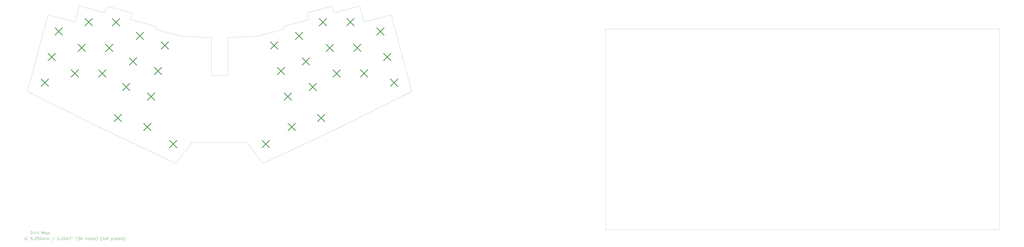
<source format=gbr>
%TF.GenerationSoftware,KiCad,Pcbnew,8.0.1*%
%TF.CreationDate,2024-04-02T20:58:04+09:00*%
%TF.ProjectId,lazyboy36,6c617a79-626f-4793-9336-2e6b69636164,rev?*%
%TF.SameCoordinates,Original*%
%TF.FileFunction,Drillmap*%
%TF.FilePolarity,Positive*%
%FSLAX45Y45*%
G04 Gerber Fmt 4.5, Leading zero omitted, Abs format (unit mm)*
G04 Created by KiCad (PCBNEW 8.0.1) date 2024-04-02 20:58:04*
%MOMM*%
%LPD*%
G01*
G04 APERTURE LIST*
%ADD10C,0.050000*%
%ADD11C,0.200000*%
%ADD12C,0.525000*%
G04 APERTURE END LIST*
D10*
X19440000Y-6545000D02*
X17600000Y-7040000D01*
X19390000Y-6355000D02*
X19440000Y-6545000D01*
X21225000Y-5860000D02*
X19390000Y-6355000D01*
X14265000Y-7130000D02*
X14265000Y-9880005D01*
X15450000Y-9880000D02*
X14265000Y-9880005D01*
X15450000Y-7130000D02*
X15450000Y-9880000D01*
X13965000Y-7130000D02*
X14265000Y-7130000D01*
X15750000Y-7130000D02*
X15450000Y-7130000D01*
X13965000Y-7130000D02*
X12100000Y-7040000D01*
X17600000Y-7040000D02*
X15750000Y-7130000D01*
X21100000Y-5380000D02*
X21225000Y-5860000D01*
X22940000Y-4885000D02*
X21100000Y-5380000D01*
X23070000Y-5370000D02*
X22940000Y-4885000D01*
X24910000Y-4875000D02*
X23070000Y-5370000D01*
X25220000Y-6035000D02*
X24910000Y-4875000D01*
X27156570Y-5514032D02*
X25220000Y-6035000D01*
X28629445Y-11015284D02*
X27156570Y-5514032D01*
X23240000Y-13710000D02*
X28629445Y-11015284D01*
X17964490Y-16187520D02*
X23240000Y-13710000D01*
X16830000Y-14685000D02*
X17964490Y-16187520D01*
X12870000Y-14685000D02*
X16830000Y-14685000D01*
X11735491Y-16187560D02*
X12870000Y-14685000D01*
X6455000Y-13705000D02*
X11735491Y-16187560D01*
X1070521Y-11015351D02*
X6455000Y-13705000D01*
X2543430Y-5514032D02*
X1070521Y-11015351D01*
X10260000Y-6545000D02*
X12100000Y-7040000D01*
X10310000Y-6355000D02*
X10260000Y-6545000D01*
X8470000Y-5860000D02*
X10310000Y-6355000D01*
X8600000Y-5380000D02*
X8470000Y-5860000D01*
X6760000Y-4885000D02*
X8600000Y-5380000D01*
X6630000Y-5370000D02*
X6760000Y-4885000D01*
X4790000Y-4875000D02*
X6630000Y-5370000D01*
X4480000Y-6035000D02*
X4790000Y-4875000D01*
X2543430Y-5514032D02*
X4480000Y-6035000D01*
X42525000Y-6530000D02*
X70790000Y-6530000D01*
X70790000Y-20960000D01*
X42525000Y-20960000D01*
X42525000Y-6530000D01*
D11*
D12*
X2065187Y-10126271D02*
X2590187Y-10651271D01*
X2590187Y-10126271D02*
X2065187Y-10651271D01*
X2558238Y-8286183D02*
X3083237Y-8811183D01*
X3083237Y-8286183D02*
X2558238Y-8811183D01*
X3051288Y-6446094D02*
X3576288Y-6971094D01*
X3576288Y-6446094D02*
X3051288Y-6971094D01*
X4215859Y-9460211D02*
X4740859Y-9985211D01*
X4740859Y-9460211D02*
X4215859Y-9985211D01*
X4708909Y-7620122D02*
X5233909Y-8145122D01*
X5233909Y-7620122D02*
X4708909Y-8145122D01*
X5201959Y-5780033D02*
X5726959Y-6305033D01*
X5726959Y-5780033D02*
X5201959Y-6305033D01*
X6185357Y-9470298D02*
X6710357Y-9995298D01*
X6710357Y-9470298D02*
X6185357Y-9995298D01*
X6678407Y-7630209D02*
X7203407Y-8155209D01*
X7203407Y-7630209D02*
X6678407Y-8155209D01*
X7171458Y-5790121D02*
X7696458Y-6315121D01*
X7696458Y-5790121D02*
X7171458Y-6315121D01*
X7297840Y-12672412D02*
X7822840Y-13197412D01*
X7822840Y-12672412D02*
X7297840Y-13197412D01*
X7896036Y-10446311D02*
X8421036Y-10971311D01*
X8421036Y-10446311D02*
X7896036Y-10971311D01*
X8389087Y-8606223D02*
X8914087Y-9131223D01*
X8914087Y-8606223D02*
X8389087Y-9131223D01*
X8882137Y-6766134D02*
X9407137Y-7291134D01*
X9407137Y-6766134D02*
X8882137Y-7291134D01*
X9409962Y-13315310D02*
X9934962Y-13840310D01*
X9934962Y-13315310D02*
X9409962Y-13840310D01*
X9684361Y-11132547D02*
X10209361Y-11657547D01*
X10209361Y-11132547D02*
X9684361Y-11657547D01*
X10177411Y-9292458D02*
X10702411Y-9817458D01*
X10702411Y-9292458D02*
X10177411Y-9817458D01*
X10670462Y-7452369D02*
X11195462Y-7977369D01*
X11195462Y-7452369D02*
X10670462Y-7977369D01*
X11266246Y-14538937D02*
X11791246Y-15063937D01*
X11791246Y-14538937D02*
X11266246Y-15063937D01*
X17907752Y-14538950D02*
X18432752Y-15063950D01*
X18432752Y-14538950D02*
X17907752Y-15063950D01*
X18503536Y-7452383D02*
X19028536Y-7977383D01*
X19028536Y-7452383D02*
X18503536Y-7977383D01*
X18996586Y-9292471D02*
X19521586Y-9817471D01*
X19521586Y-9292471D02*
X18996586Y-9817471D01*
X19489637Y-11132560D02*
X20014637Y-11657560D01*
X20014637Y-11132560D02*
X19489637Y-11657560D01*
X19764035Y-13315323D02*
X20289035Y-13840323D01*
X20289035Y-13315323D02*
X19764035Y-13840323D01*
X20291861Y-6766147D02*
X20816861Y-7291147D01*
X20816861Y-6766147D02*
X20291861Y-7291147D01*
X20784911Y-8606236D02*
X21309911Y-9131236D01*
X21309911Y-8606236D02*
X20784911Y-9131236D01*
X21277962Y-10446325D02*
X21802962Y-10971325D01*
X21802962Y-10446325D02*
X21277962Y-10971325D01*
X21876158Y-12672425D02*
X22401158Y-13197425D01*
X22401158Y-12672425D02*
X21876158Y-13197425D01*
X22002540Y-5790134D02*
X22527540Y-6315134D01*
X22527540Y-5790134D02*
X22002540Y-6315134D01*
X22495590Y-7630223D02*
X23020590Y-8155223D01*
X23020590Y-7630223D02*
X22495590Y-8155223D01*
X22988641Y-9470311D02*
X23513641Y-9995311D01*
X23513641Y-9470311D02*
X22988641Y-9995311D01*
X23972038Y-5780047D02*
X24497038Y-6305047D01*
X24497038Y-5780047D02*
X23972038Y-6305047D01*
X24465089Y-7620135D02*
X24990089Y-8145135D01*
X24990089Y-7620135D02*
X24465089Y-8145135D01*
X24958139Y-9460224D02*
X25483139Y-9985224D01*
X25483139Y-9460224D02*
X24958139Y-9985224D01*
X26122710Y-6446107D02*
X26647710Y-6971107D01*
X26647710Y-6446107D02*
X26122710Y-6971107D01*
X26615760Y-8286196D02*
X27140760Y-8811196D01*
X27140760Y-8286196D02*
X26615760Y-8811196D01*
X27108810Y-10126285D02*
X27633810Y-10651285D01*
X27633810Y-10126285D02*
X27108810Y-10651285D01*
D11*
X1328798Y-21273984D02*
X1328798Y-21073984D01*
X1328798Y-21073984D02*
X1376417Y-21073984D01*
X1376417Y-21073984D02*
X1404989Y-21083508D01*
X1404989Y-21083508D02*
X1424036Y-21102555D01*
X1424036Y-21102555D02*
X1433560Y-21121603D01*
X1433560Y-21121603D02*
X1443084Y-21159698D01*
X1443084Y-21159698D02*
X1443084Y-21188270D01*
X1443084Y-21188270D02*
X1433560Y-21226365D01*
X1433560Y-21226365D02*
X1424036Y-21245412D01*
X1424036Y-21245412D02*
X1404989Y-21264460D01*
X1404989Y-21264460D02*
X1376417Y-21273984D01*
X1376417Y-21273984D02*
X1328798Y-21273984D01*
X1528798Y-21273984D02*
X1528798Y-21140650D01*
X1528798Y-21178746D02*
X1538322Y-21159698D01*
X1538322Y-21159698D02*
X1547846Y-21150174D01*
X1547846Y-21150174D02*
X1566893Y-21140650D01*
X1566893Y-21140650D02*
X1585941Y-21140650D01*
X1652608Y-21273984D02*
X1652608Y-21140650D01*
X1652608Y-21073984D02*
X1643084Y-21083508D01*
X1643084Y-21083508D02*
X1652608Y-21093031D01*
X1652608Y-21093031D02*
X1662131Y-21083508D01*
X1662131Y-21083508D02*
X1652608Y-21073984D01*
X1652608Y-21073984D02*
X1652608Y-21093031D01*
X1776417Y-21273984D02*
X1757369Y-21264460D01*
X1757369Y-21264460D02*
X1747846Y-21245412D01*
X1747846Y-21245412D02*
X1747846Y-21073984D01*
X1881179Y-21273984D02*
X1862131Y-21264460D01*
X1862131Y-21264460D02*
X1852608Y-21245412D01*
X1852608Y-21245412D02*
X1852608Y-21073984D01*
X2109751Y-21273984D02*
X2109751Y-21073984D01*
X2109751Y-21073984D02*
X2176417Y-21216841D01*
X2176417Y-21216841D02*
X2243084Y-21073984D01*
X2243084Y-21073984D02*
X2243084Y-21273984D01*
X2424036Y-21273984D02*
X2424036Y-21169222D01*
X2424036Y-21169222D02*
X2414512Y-21150174D01*
X2414512Y-21150174D02*
X2395465Y-21140650D01*
X2395465Y-21140650D02*
X2357370Y-21140650D01*
X2357370Y-21140650D02*
X2338322Y-21150174D01*
X2424036Y-21264460D02*
X2404989Y-21273984D01*
X2404989Y-21273984D02*
X2357370Y-21273984D01*
X2357370Y-21273984D02*
X2338322Y-21264460D01*
X2338322Y-21264460D02*
X2328798Y-21245412D01*
X2328798Y-21245412D02*
X2328798Y-21226365D01*
X2328798Y-21226365D02*
X2338322Y-21207317D01*
X2338322Y-21207317D02*
X2357370Y-21197793D01*
X2357370Y-21197793D02*
X2404989Y-21197793D01*
X2404989Y-21197793D02*
X2424036Y-21188270D01*
X2519274Y-21140650D02*
X2519274Y-21340650D01*
X2519274Y-21150174D02*
X2538322Y-21140650D01*
X2538322Y-21140650D02*
X2576417Y-21140650D01*
X2576417Y-21140650D02*
X2595465Y-21150174D01*
X2595465Y-21150174D02*
X2604989Y-21159698D01*
X2604989Y-21159698D02*
X2614512Y-21178746D01*
X2614512Y-21178746D02*
X2614512Y-21235889D01*
X2614512Y-21235889D02*
X2604989Y-21254936D01*
X2604989Y-21254936D02*
X2595465Y-21264460D01*
X2595465Y-21264460D02*
X2576417Y-21273984D01*
X2576417Y-21273984D02*
X2538322Y-21273984D01*
X2538322Y-21273984D02*
X2519274Y-21264460D01*
X2700227Y-21254936D02*
X2709751Y-21264460D01*
X2709751Y-21264460D02*
X2700227Y-21273984D01*
X2700227Y-21273984D02*
X2690703Y-21264460D01*
X2690703Y-21264460D02*
X2700227Y-21254936D01*
X2700227Y-21254936D02*
X2700227Y-21273984D01*
X2700227Y-21150174D02*
X2709751Y-21159698D01*
X2709751Y-21159698D02*
X2700227Y-21169222D01*
X2700227Y-21169222D02*
X2690703Y-21159698D01*
X2690703Y-21159698D02*
X2700227Y-21150174D01*
X2700227Y-21150174D02*
X2700227Y-21169222D01*
X868021Y-21502500D02*
X1068021Y-21702500D01*
X1068021Y-21502500D02*
X868021Y-21702500D01*
X1424036Y-21493984D02*
X1328798Y-21493984D01*
X1328798Y-21493984D02*
X1319274Y-21589222D01*
X1319274Y-21589222D02*
X1328798Y-21579698D01*
X1328798Y-21579698D02*
X1347846Y-21570174D01*
X1347846Y-21570174D02*
X1395465Y-21570174D01*
X1395465Y-21570174D02*
X1414512Y-21579698D01*
X1414512Y-21579698D02*
X1424036Y-21589222D01*
X1424036Y-21589222D02*
X1433560Y-21608270D01*
X1433560Y-21608270D02*
X1433560Y-21655889D01*
X1433560Y-21655889D02*
X1424036Y-21674936D01*
X1424036Y-21674936D02*
X1414512Y-21684460D01*
X1414512Y-21684460D02*
X1395465Y-21693984D01*
X1395465Y-21693984D02*
X1347846Y-21693984D01*
X1347846Y-21693984D02*
X1328798Y-21684460D01*
X1328798Y-21684460D02*
X1319274Y-21674936D01*
X1519274Y-21674936D02*
X1528798Y-21684460D01*
X1528798Y-21684460D02*
X1519274Y-21693984D01*
X1519274Y-21693984D02*
X1509750Y-21684460D01*
X1509750Y-21684460D02*
X1519274Y-21674936D01*
X1519274Y-21674936D02*
X1519274Y-21693984D01*
X1604989Y-21513031D02*
X1614512Y-21503508D01*
X1614512Y-21503508D02*
X1633560Y-21493984D01*
X1633560Y-21493984D02*
X1681179Y-21493984D01*
X1681179Y-21493984D02*
X1700227Y-21503508D01*
X1700227Y-21503508D02*
X1709750Y-21513031D01*
X1709750Y-21513031D02*
X1719274Y-21532079D01*
X1719274Y-21532079D02*
X1719274Y-21551127D01*
X1719274Y-21551127D02*
X1709750Y-21579698D01*
X1709750Y-21579698D02*
X1595465Y-21693984D01*
X1595465Y-21693984D02*
X1719274Y-21693984D01*
X1900227Y-21493984D02*
X1804989Y-21493984D01*
X1804989Y-21493984D02*
X1795465Y-21589222D01*
X1795465Y-21589222D02*
X1804989Y-21579698D01*
X1804989Y-21579698D02*
X1824036Y-21570174D01*
X1824036Y-21570174D02*
X1871655Y-21570174D01*
X1871655Y-21570174D02*
X1890703Y-21579698D01*
X1890703Y-21579698D02*
X1900227Y-21589222D01*
X1900227Y-21589222D02*
X1909750Y-21608270D01*
X1909750Y-21608270D02*
X1909750Y-21655889D01*
X1909750Y-21655889D02*
X1900227Y-21674936D01*
X1900227Y-21674936D02*
X1890703Y-21684460D01*
X1890703Y-21684460D02*
X1871655Y-21693984D01*
X1871655Y-21693984D02*
X1824036Y-21693984D01*
X1824036Y-21693984D02*
X1804989Y-21684460D01*
X1804989Y-21684460D02*
X1795465Y-21674936D01*
X2033560Y-21493984D02*
X2052608Y-21493984D01*
X2052608Y-21493984D02*
X2071655Y-21503508D01*
X2071655Y-21503508D02*
X2081179Y-21513031D01*
X2081179Y-21513031D02*
X2090703Y-21532079D01*
X2090703Y-21532079D02*
X2100227Y-21570174D01*
X2100227Y-21570174D02*
X2100227Y-21617793D01*
X2100227Y-21617793D02*
X2090703Y-21655889D01*
X2090703Y-21655889D02*
X2081179Y-21674936D01*
X2081179Y-21674936D02*
X2071655Y-21684460D01*
X2071655Y-21684460D02*
X2052608Y-21693984D01*
X2052608Y-21693984D02*
X2033560Y-21693984D01*
X2033560Y-21693984D02*
X2014512Y-21684460D01*
X2014512Y-21684460D02*
X2004989Y-21674936D01*
X2004989Y-21674936D02*
X1995465Y-21655889D01*
X1995465Y-21655889D02*
X1985941Y-21617793D01*
X1985941Y-21617793D02*
X1985941Y-21570174D01*
X1985941Y-21570174D02*
X1995465Y-21532079D01*
X1995465Y-21532079D02*
X2004989Y-21513031D01*
X2004989Y-21513031D02*
X2014512Y-21503508D01*
X2014512Y-21503508D02*
X2033560Y-21493984D01*
X2185941Y-21693984D02*
X2185941Y-21560650D01*
X2185941Y-21579698D02*
X2195465Y-21570174D01*
X2195465Y-21570174D02*
X2214512Y-21560650D01*
X2214512Y-21560650D02*
X2243084Y-21560650D01*
X2243084Y-21560650D02*
X2262132Y-21570174D01*
X2262132Y-21570174D02*
X2271655Y-21589222D01*
X2271655Y-21589222D02*
X2271655Y-21693984D01*
X2271655Y-21589222D02*
X2281179Y-21570174D01*
X2281179Y-21570174D02*
X2300227Y-21560650D01*
X2300227Y-21560650D02*
X2328798Y-21560650D01*
X2328798Y-21560650D02*
X2347846Y-21570174D01*
X2347846Y-21570174D02*
X2357370Y-21589222D01*
X2357370Y-21589222D02*
X2357370Y-21693984D01*
X2452608Y-21693984D02*
X2452608Y-21560650D01*
X2452608Y-21579698D02*
X2462132Y-21570174D01*
X2462132Y-21570174D02*
X2481179Y-21560650D01*
X2481179Y-21560650D02*
X2509751Y-21560650D01*
X2509751Y-21560650D02*
X2528798Y-21570174D01*
X2528798Y-21570174D02*
X2538322Y-21589222D01*
X2538322Y-21589222D02*
X2538322Y-21693984D01*
X2538322Y-21589222D02*
X2547846Y-21570174D01*
X2547846Y-21570174D02*
X2566893Y-21560650D01*
X2566893Y-21560650D02*
X2595465Y-21560650D01*
X2595465Y-21560650D02*
X2614513Y-21570174D01*
X2614513Y-21570174D02*
X2624036Y-21589222D01*
X2624036Y-21589222D02*
X2624036Y-21693984D01*
X3014512Y-21484460D02*
X2843084Y-21741603D01*
X3271655Y-21493984D02*
X3290703Y-21493984D01*
X3290703Y-21493984D02*
X3309751Y-21503508D01*
X3309751Y-21503508D02*
X3319274Y-21513031D01*
X3319274Y-21513031D02*
X3328798Y-21532079D01*
X3328798Y-21532079D02*
X3338322Y-21570174D01*
X3338322Y-21570174D02*
X3338322Y-21617793D01*
X3338322Y-21617793D02*
X3328798Y-21655889D01*
X3328798Y-21655889D02*
X3319274Y-21674936D01*
X3319274Y-21674936D02*
X3309751Y-21684460D01*
X3309751Y-21684460D02*
X3290703Y-21693984D01*
X3290703Y-21693984D02*
X3271655Y-21693984D01*
X3271655Y-21693984D02*
X3252608Y-21684460D01*
X3252608Y-21684460D02*
X3243084Y-21674936D01*
X3243084Y-21674936D02*
X3233560Y-21655889D01*
X3233560Y-21655889D02*
X3224036Y-21617793D01*
X3224036Y-21617793D02*
X3224036Y-21570174D01*
X3224036Y-21570174D02*
X3233560Y-21532079D01*
X3233560Y-21532079D02*
X3243084Y-21513031D01*
X3243084Y-21513031D02*
X3252608Y-21503508D01*
X3252608Y-21503508D02*
X3271655Y-21493984D01*
X3424036Y-21674936D02*
X3433560Y-21684460D01*
X3433560Y-21684460D02*
X3424036Y-21693984D01*
X3424036Y-21693984D02*
X3414513Y-21684460D01*
X3414513Y-21684460D02*
X3424036Y-21674936D01*
X3424036Y-21674936D02*
X3424036Y-21693984D01*
X3509751Y-21513031D02*
X3519274Y-21503508D01*
X3519274Y-21503508D02*
X3538322Y-21493984D01*
X3538322Y-21493984D02*
X3585941Y-21493984D01*
X3585941Y-21493984D02*
X3604989Y-21503508D01*
X3604989Y-21503508D02*
X3614513Y-21513031D01*
X3614513Y-21513031D02*
X3624036Y-21532079D01*
X3624036Y-21532079D02*
X3624036Y-21551127D01*
X3624036Y-21551127D02*
X3614513Y-21579698D01*
X3614513Y-21579698D02*
X3500227Y-21693984D01*
X3500227Y-21693984D02*
X3624036Y-21693984D01*
X3747846Y-21493984D02*
X3766894Y-21493984D01*
X3766894Y-21493984D02*
X3785941Y-21503508D01*
X3785941Y-21503508D02*
X3795465Y-21513031D01*
X3795465Y-21513031D02*
X3804989Y-21532079D01*
X3804989Y-21532079D02*
X3814513Y-21570174D01*
X3814513Y-21570174D02*
X3814513Y-21617793D01*
X3814513Y-21617793D02*
X3804989Y-21655889D01*
X3804989Y-21655889D02*
X3795465Y-21674936D01*
X3795465Y-21674936D02*
X3785941Y-21684460D01*
X3785941Y-21684460D02*
X3766894Y-21693984D01*
X3766894Y-21693984D02*
X3747846Y-21693984D01*
X3747846Y-21693984D02*
X3728798Y-21684460D01*
X3728798Y-21684460D02*
X3719274Y-21674936D01*
X3719274Y-21674936D02*
X3709751Y-21655889D01*
X3709751Y-21655889D02*
X3700227Y-21617793D01*
X3700227Y-21617793D02*
X3700227Y-21570174D01*
X3700227Y-21570174D02*
X3709751Y-21532079D01*
X3709751Y-21532079D02*
X3719274Y-21513031D01*
X3719274Y-21513031D02*
X3728798Y-21503508D01*
X3728798Y-21503508D02*
X3747846Y-21493984D01*
X3985941Y-21493984D02*
X3947846Y-21493984D01*
X3947846Y-21493984D02*
X3928798Y-21503508D01*
X3928798Y-21503508D02*
X3919274Y-21513031D01*
X3919274Y-21513031D02*
X3900227Y-21541603D01*
X3900227Y-21541603D02*
X3890703Y-21579698D01*
X3890703Y-21579698D02*
X3890703Y-21655889D01*
X3890703Y-21655889D02*
X3900227Y-21674936D01*
X3900227Y-21674936D02*
X3909751Y-21684460D01*
X3909751Y-21684460D02*
X3928798Y-21693984D01*
X3928798Y-21693984D02*
X3966894Y-21693984D01*
X3966894Y-21693984D02*
X3985941Y-21684460D01*
X3985941Y-21684460D02*
X3995465Y-21674936D01*
X3995465Y-21674936D02*
X4004989Y-21655889D01*
X4004989Y-21655889D02*
X4004989Y-21608270D01*
X4004989Y-21608270D02*
X3995465Y-21589222D01*
X3995465Y-21589222D02*
X3985941Y-21579698D01*
X3985941Y-21579698D02*
X3966894Y-21570174D01*
X3966894Y-21570174D02*
X3928798Y-21570174D01*
X3928798Y-21570174D02*
X3909751Y-21579698D01*
X3909751Y-21579698D02*
X3900227Y-21589222D01*
X3900227Y-21589222D02*
X3890703Y-21608270D01*
X4071655Y-21493984D02*
X4204989Y-21493984D01*
X4204989Y-21493984D02*
X4119274Y-21693984D01*
X4271656Y-21493984D02*
X4271656Y-21532079D01*
X4347846Y-21493984D02*
X4347846Y-21532079D01*
X4643084Y-21770174D02*
X4633560Y-21760650D01*
X4633560Y-21760650D02*
X4614513Y-21732079D01*
X4614513Y-21732079D02*
X4604989Y-21713031D01*
X4604989Y-21713031D02*
X4595465Y-21684460D01*
X4595465Y-21684460D02*
X4585941Y-21636841D01*
X4585941Y-21636841D02*
X4585941Y-21598746D01*
X4585941Y-21598746D02*
X4595465Y-21551127D01*
X4595465Y-21551127D02*
X4604989Y-21522555D01*
X4604989Y-21522555D02*
X4614513Y-21503508D01*
X4614513Y-21503508D02*
X4633560Y-21474936D01*
X4633560Y-21474936D02*
X4643084Y-21465412D01*
X4700227Y-21493984D02*
X4824037Y-21493984D01*
X4824037Y-21493984D02*
X4757370Y-21570174D01*
X4757370Y-21570174D02*
X4785941Y-21570174D01*
X4785941Y-21570174D02*
X4804989Y-21579698D01*
X4804989Y-21579698D02*
X4814513Y-21589222D01*
X4814513Y-21589222D02*
X4824037Y-21608270D01*
X4824037Y-21608270D02*
X4824037Y-21655889D01*
X4824037Y-21655889D02*
X4814513Y-21674936D01*
X4814513Y-21674936D02*
X4804989Y-21684460D01*
X4804989Y-21684460D02*
X4785941Y-21693984D01*
X4785941Y-21693984D02*
X4728798Y-21693984D01*
X4728798Y-21693984D02*
X4709751Y-21684460D01*
X4709751Y-21684460D02*
X4700227Y-21674936D01*
X4995465Y-21493984D02*
X4957370Y-21493984D01*
X4957370Y-21493984D02*
X4938322Y-21503508D01*
X4938322Y-21503508D02*
X4928798Y-21513031D01*
X4928798Y-21513031D02*
X4909751Y-21541603D01*
X4909751Y-21541603D02*
X4900227Y-21579698D01*
X4900227Y-21579698D02*
X4900227Y-21655889D01*
X4900227Y-21655889D02*
X4909751Y-21674936D01*
X4909751Y-21674936D02*
X4919275Y-21684460D01*
X4919275Y-21684460D02*
X4938322Y-21693984D01*
X4938322Y-21693984D02*
X4976418Y-21693984D01*
X4976418Y-21693984D02*
X4995465Y-21684460D01*
X4995465Y-21684460D02*
X5004989Y-21674936D01*
X5004989Y-21674936D02*
X5014513Y-21655889D01*
X5014513Y-21655889D02*
X5014513Y-21608270D01*
X5014513Y-21608270D02*
X5004989Y-21589222D01*
X5004989Y-21589222D02*
X4995465Y-21579698D01*
X4995465Y-21579698D02*
X4976418Y-21570174D01*
X4976418Y-21570174D02*
X4938322Y-21570174D01*
X4938322Y-21570174D02*
X4919275Y-21579698D01*
X4919275Y-21579698D02*
X4909751Y-21589222D01*
X4909751Y-21589222D02*
X4900227Y-21608270D01*
X5252608Y-21693984D02*
X5252608Y-21493984D01*
X5338322Y-21693984D02*
X5338322Y-21589222D01*
X5338322Y-21589222D02*
X5328799Y-21570174D01*
X5328799Y-21570174D02*
X5309751Y-21560650D01*
X5309751Y-21560650D02*
X5281179Y-21560650D01*
X5281179Y-21560650D02*
X5262132Y-21570174D01*
X5262132Y-21570174D02*
X5252608Y-21579698D01*
X5462132Y-21693984D02*
X5443084Y-21684460D01*
X5443084Y-21684460D02*
X5433560Y-21674936D01*
X5433560Y-21674936D02*
X5424037Y-21655889D01*
X5424037Y-21655889D02*
X5424037Y-21598746D01*
X5424037Y-21598746D02*
X5433560Y-21579698D01*
X5433560Y-21579698D02*
X5443084Y-21570174D01*
X5443084Y-21570174D02*
X5462132Y-21560650D01*
X5462132Y-21560650D02*
X5490703Y-21560650D01*
X5490703Y-21560650D02*
X5509751Y-21570174D01*
X5509751Y-21570174D02*
X5519275Y-21579698D01*
X5519275Y-21579698D02*
X5528799Y-21598746D01*
X5528799Y-21598746D02*
X5528799Y-21655889D01*
X5528799Y-21655889D02*
X5519275Y-21674936D01*
X5519275Y-21674936D02*
X5509751Y-21684460D01*
X5509751Y-21684460D02*
X5490703Y-21693984D01*
X5490703Y-21693984D02*
X5462132Y-21693984D01*
X5643084Y-21693984D02*
X5624037Y-21684460D01*
X5624037Y-21684460D02*
X5614513Y-21665412D01*
X5614513Y-21665412D02*
X5614513Y-21493984D01*
X5795465Y-21684460D02*
X5776418Y-21693984D01*
X5776418Y-21693984D02*
X5738322Y-21693984D01*
X5738322Y-21693984D02*
X5719275Y-21684460D01*
X5719275Y-21684460D02*
X5709751Y-21665412D01*
X5709751Y-21665412D02*
X5709751Y-21589222D01*
X5709751Y-21589222D02*
X5719275Y-21570174D01*
X5719275Y-21570174D02*
X5738322Y-21560650D01*
X5738322Y-21560650D02*
X5776418Y-21560650D01*
X5776418Y-21560650D02*
X5795465Y-21570174D01*
X5795465Y-21570174D02*
X5804989Y-21589222D01*
X5804989Y-21589222D02*
X5804989Y-21608270D01*
X5804989Y-21608270D02*
X5709751Y-21627317D01*
X5881179Y-21684460D02*
X5900227Y-21693984D01*
X5900227Y-21693984D02*
X5938322Y-21693984D01*
X5938322Y-21693984D02*
X5957370Y-21684460D01*
X5957370Y-21684460D02*
X5966894Y-21665412D01*
X5966894Y-21665412D02*
X5966894Y-21655889D01*
X5966894Y-21655889D02*
X5957370Y-21636841D01*
X5957370Y-21636841D02*
X5938322Y-21627317D01*
X5938322Y-21627317D02*
X5909751Y-21627317D01*
X5909751Y-21627317D02*
X5890703Y-21617793D01*
X5890703Y-21617793D02*
X5881179Y-21598746D01*
X5881179Y-21598746D02*
X5881179Y-21589222D01*
X5881179Y-21589222D02*
X5890703Y-21570174D01*
X5890703Y-21570174D02*
X5909751Y-21560650D01*
X5909751Y-21560650D02*
X5938322Y-21560650D01*
X5938322Y-21560650D02*
X5957370Y-21570174D01*
X6033560Y-21770174D02*
X6043084Y-21760650D01*
X6043084Y-21760650D02*
X6062132Y-21732079D01*
X6062132Y-21732079D02*
X6071656Y-21713031D01*
X6071656Y-21713031D02*
X6081179Y-21684460D01*
X6081179Y-21684460D02*
X6090703Y-21636841D01*
X6090703Y-21636841D02*
X6090703Y-21598746D01*
X6090703Y-21598746D02*
X6081179Y-21551127D01*
X6081179Y-21551127D02*
X6071656Y-21522555D01*
X6071656Y-21522555D02*
X6062132Y-21503508D01*
X6062132Y-21503508D02*
X6043084Y-21474936D01*
X6043084Y-21474936D02*
X6033560Y-21465412D01*
X6395465Y-21770174D02*
X6385941Y-21760650D01*
X6385941Y-21760650D02*
X6366894Y-21732079D01*
X6366894Y-21732079D02*
X6357370Y-21713031D01*
X6357370Y-21713031D02*
X6347846Y-21684460D01*
X6347846Y-21684460D02*
X6338322Y-21636841D01*
X6338322Y-21636841D02*
X6338322Y-21598746D01*
X6338322Y-21598746D02*
X6347846Y-21551127D01*
X6347846Y-21551127D02*
X6357370Y-21522555D01*
X6357370Y-21522555D02*
X6366894Y-21503508D01*
X6366894Y-21503508D02*
X6385941Y-21474936D01*
X6385941Y-21474936D02*
X6395465Y-21465412D01*
X6471656Y-21560650D02*
X6471656Y-21693984D01*
X6471656Y-21579698D02*
X6481179Y-21570174D01*
X6481179Y-21570174D02*
X6500227Y-21560650D01*
X6500227Y-21560650D02*
X6528799Y-21560650D01*
X6528799Y-21560650D02*
X6547846Y-21570174D01*
X6547846Y-21570174D02*
X6557370Y-21589222D01*
X6557370Y-21589222D02*
X6557370Y-21693984D01*
X6681179Y-21693984D02*
X6662132Y-21684460D01*
X6662132Y-21684460D02*
X6652608Y-21674936D01*
X6652608Y-21674936D02*
X6643084Y-21655889D01*
X6643084Y-21655889D02*
X6643084Y-21598746D01*
X6643084Y-21598746D02*
X6652608Y-21579698D01*
X6652608Y-21579698D02*
X6662132Y-21570174D01*
X6662132Y-21570174D02*
X6681179Y-21560650D01*
X6681179Y-21560650D02*
X6709751Y-21560650D01*
X6709751Y-21560650D02*
X6728799Y-21570174D01*
X6728799Y-21570174D02*
X6738322Y-21579698D01*
X6738322Y-21579698D02*
X6747846Y-21598746D01*
X6747846Y-21598746D02*
X6747846Y-21655889D01*
X6747846Y-21655889D02*
X6738322Y-21674936D01*
X6738322Y-21674936D02*
X6728799Y-21684460D01*
X6728799Y-21684460D02*
X6709751Y-21693984D01*
X6709751Y-21693984D02*
X6681179Y-21693984D01*
X6804989Y-21560650D02*
X6881179Y-21560650D01*
X6833560Y-21493984D02*
X6833560Y-21665412D01*
X6833560Y-21665412D02*
X6843084Y-21684460D01*
X6843084Y-21684460D02*
X6862132Y-21693984D01*
X6862132Y-21693984D02*
X6881179Y-21693984D01*
X7100227Y-21560650D02*
X7100227Y-21760650D01*
X7100227Y-21570174D02*
X7119275Y-21560650D01*
X7119275Y-21560650D02*
X7157370Y-21560650D01*
X7157370Y-21560650D02*
X7176418Y-21570174D01*
X7176418Y-21570174D02*
X7185941Y-21579698D01*
X7185941Y-21579698D02*
X7195465Y-21598746D01*
X7195465Y-21598746D02*
X7195465Y-21655889D01*
X7195465Y-21655889D02*
X7185941Y-21674936D01*
X7185941Y-21674936D02*
X7176418Y-21684460D01*
X7176418Y-21684460D02*
X7157370Y-21693984D01*
X7157370Y-21693984D02*
X7119275Y-21693984D01*
X7119275Y-21693984D02*
X7100227Y-21684460D01*
X7309751Y-21693984D02*
X7290703Y-21684460D01*
X7290703Y-21684460D02*
X7281180Y-21665412D01*
X7281180Y-21665412D02*
X7281180Y-21493984D01*
X7471656Y-21693984D02*
X7471656Y-21589222D01*
X7471656Y-21589222D02*
X7462132Y-21570174D01*
X7462132Y-21570174D02*
X7443084Y-21560650D01*
X7443084Y-21560650D02*
X7404989Y-21560650D01*
X7404989Y-21560650D02*
X7385941Y-21570174D01*
X7471656Y-21684460D02*
X7452608Y-21693984D01*
X7452608Y-21693984D02*
X7404989Y-21693984D01*
X7404989Y-21693984D02*
X7385941Y-21684460D01*
X7385941Y-21684460D02*
X7376418Y-21665412D01*
X7376418Y-21665412D02*
X7376418Y-21646365D01*
X7376418Y-21646365D02*
X7385941Y-21627317D01*
X7385941Y-21627317D02*
X7404989Y-21617793D01*
X7404989Y-21617793D02*
X7452608Y-21617793D01*
X7452608Y-21617793D02*
X7471656Y-21608270D01*
X7538322Y-21560650D02*
X7614513Y-21560650D01*
X7566894Y-21493984D02*
X7566894Y-21665412D01*
X7566894Y-21665412D02*
X7576418Y-21684460D01*
X7576418Y-21684460D02*
X7595465Y-21693984D01*
X7595465Y-21693984D02*
X7614513Y-21693984D01*
X7757370Y-21684460D02*
X7738322Y-21693984D01*
X7738322Y-21693984D02*
X7700227Y-21693984D01*
X7700227Y-21693984D02*
X7681180Y-21684460D01*
X7681180Y-21684460D02*
X7671656Y-21665412D01*
X7671656Y-21665412D02*
X7671656Y-21589222D01*
X7671656Y-21589222D02*
X7681180Y-21570174D01*
X7681180Y-21570174D02*
X7700227Y-21560650D01*
X7700227Y-21560650D02*
X7738322Y-21560650D01*
X7738322Y-21560650D02*
X7757370Y-21570174D01*
X7757370Y-21570174D02*
X7766894Y-21589222D01*
X7766894Y-21589222D02*
X7766894Y-21608270D01*
X7766894Y-21608270D02*
X7671656Y-21627317D01*
X7938322Y-21693984D02*
X7938322Y-21493984D01*
X7938322Y-21684460D02*
X7919275Y-21693984D01*
X7919275Y-21693984D02*
X7881180Y-21693984D01*
X7881180Y-21693984D02*
X7862132Y-21684460D01*
X7862132Y-21684460D02*
X7852608Y-21674936D01*
X7852608Y-21674936D02*
X7843084Y-21655889D01*
X7843084Y-21655889D02*
X7843084Y-21598746D01*
X7843084Y-21598746D02*
X7852608Y-21579698D01*
X7852608Y-21579698D02*
X7862132Y-21570174D01*
X7862132Y-21570174D02*
X7881180Y-21560650D01*
X7881180Y-21560650D02*
X7919275Y-21560650D01*
X7919275Y-21560650D02*
X7938322Y-21570174D01*
X8014513Y-21770174D02*
X8024037Y-21760650D01*
X8024037Y-21760650D02*
X8043084Y-21732079D01*
X8043084Y-21732079D02*
X8052608Y-21713031D01*
X8052608Y-21713031D02*
X8062132Y-21684460D01*
X8062132Y-21684460D02*
X8071656Y-21636841D01*
X8071656Y-21636841D02*
X8071656Y-21598746D01*
X8071656Y-21598746D02*
X8062132Y-21551127D01*
X8062132Y-21551127D02*
X8052608Y-21522555D01*
X8052608Y-21522555D02*
X8043084Y-21503508D01*
X8043084Y-21503508D02*
X8024037Y-21474936D01*
X8024037Y-21474936D02*
X8014513Y-21465412D01*
M02*

</source>
